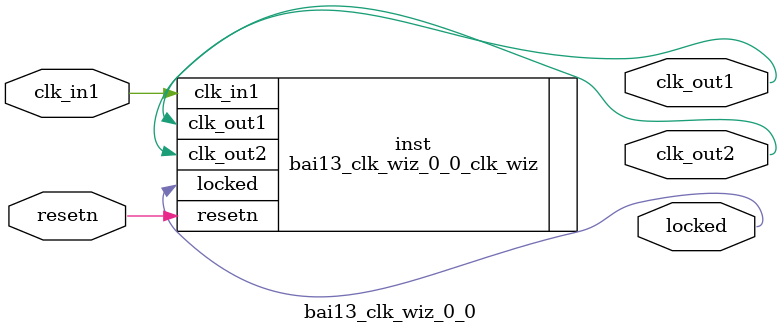
<source format=v>


`timescale 1ps/1ps

(* CORE_GENERATION_INFO = "bai13_clk_wiz_0_0,clk_wiz_v6_0_11_0_0,{component_name=bai13_clk_wiz_0_0,use_phase_alignment=true,use_min_o_jitter=false,use_max_i_jitter=false,use_dyn_phase_shift=false,use_inclk_switchover=false,use_dyn_reconfig=false,enable_axi=0,feedback_source=FDBK_AUTO,PRIMITIVE=MMCM,num_out_clk=2,clkin1_period=10.000,clkin2_period=10.000,use_power_down=false,use_reset=true,use_locked=true,use_inclk_stopped=false,feedback_type=SINGLE,CLOCK_MGR_TYPE=NA,manual_override=false}" *)

module bai13_clk_wiz_0_0 
 (
  // Clock out ports
  output        clk_out1,
  output        clk_out2,
  // Status and control signals
  input         resetn,
  output        locked,
 // Clock in ports
  input         clk_in1
 );

  bai13_clk_wiz_0_0_clk_wiz inst
  (
  // Clock out ports  
  .clk_out1(clk_out1),
  .clk_out2(clk_out2),
  // Status and control signals               
  .resetn(resetn), 
  .locked(locked),
 // Clock in ports
  .clk_in1(clk_in1)
  );

endmodule

</source>
